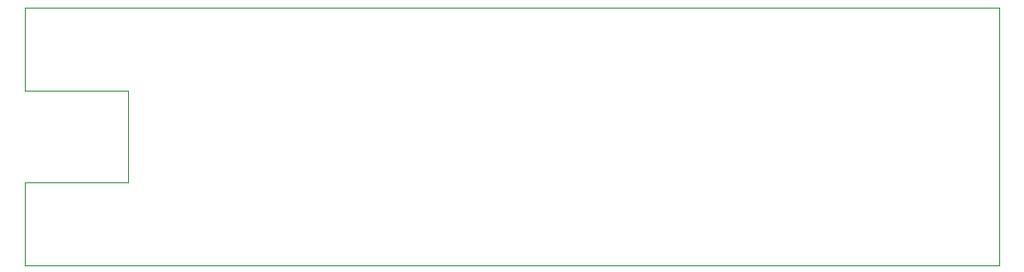
<source format=gbr>
G04 #@! TF.FileFunction,Profile,NP*
%FSLAX46Y46*%
G04 Gerber Fmt 4.6, Leading zero omitted, Abs format (unit mm)*
G04 Created by KiCad (PCBNEW (after 2015-mar-04 BZR unknown)-product) date Wed 25 Mar 2015 12:35:45 AM CDT*
%MOMM*%
G01*
G04 APERTURE LIST*
%ADD10C,0.150000*%
%ADD11C,0.100000*%
G04 APERTURE END LIST*
D10*
D11*
X237998000Y-158496000D02*
X237998000Y-181356000D01*
X191008000Y-158496000D02*
X237998000Y-158496000D01*
X237998000Y-181356000D02*
X237744000Y-181356000D01*
X191008000Y-181356000D02*
X237744000Y-181356000D01*
X151638000Y-181356000D02*
X191008000Y-181356000D01*
X160782000Y-173990000D02*
X151638000Y-173990000D01*
X151638000Y-173990000D02*
X151638000Y-181356000D01*
X191008000Y-158496000D02*
X151638000Y-158496000D01*
X151638000Y-165862000D02*
X151638000Y-158496000D01*
X160782000Y-165862000D02*
X151638000Y-165862000D01*
X160782000Y-165862000D02*
X160782000Y-173990000D01*
M02*

</source>
